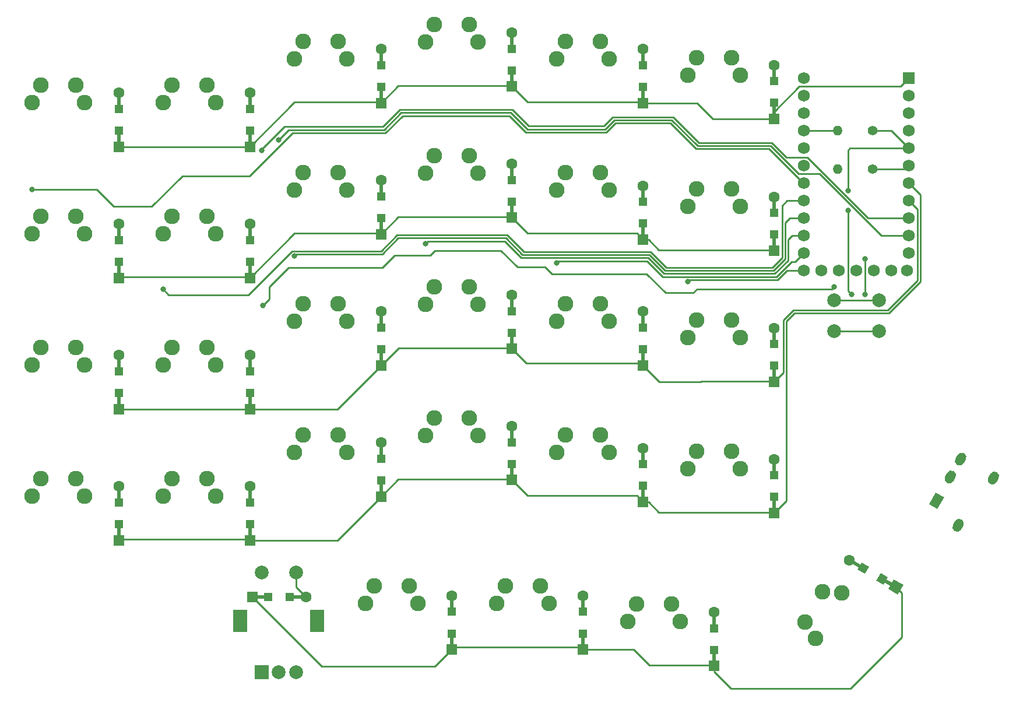
<source format=gbr>
%TF.GenerationSoftware,KiCad,Pcbnew,(5.1.9-0-10_14)*%
%TF.CreationDate,2021-04-25T18:40:37-05:00*%
%TF.ProjectId,wren-plain,7772656e-2d70-46c6-9169-6e2e6b696361,rev?*%
%TF.SameCoordinates,Original*%
%TF.FileFunction,Copper,L2,Bot*%
%TF.FilePolarity,Positive*%
%FSLAX46Y46*%
G04 Gerber Fmt 4.6, Leading zero omitted, Abs format (unit mm)*
G04 Created by KiCad (PCBNEW (5.1.9-0-10_14)) date 2021-04-25 18:40:37*
%MOMM*%
%LPD*%
G01*
G04 APERTURE LIST*
%TA.AperFunction,ComponentPad*%
%ADD10C,2.286000*%
%TD*%
%TA.AperFunction,ComponentPad*%
%ADD11C,1.752600*%
%TD*%
%TA.AperFunction,ComponentPad*%
%ADD12R,1.752600X1.752600*%
%TD*%
%TA.AperFunction,SMDPad,CuDef*%
%ADD13R,0.500000X2.500000*%
%TD*%
%TA.AperFunction,ComponentPad*%
%ADD14C,1.600000*%
%TD*%
%TA.AperFunction,ComponentPad*%
%ADD15R,1.600000X1.600000*%
%TD*%
%TA.AperFunction,SMDPad,CuDef*%
%ADD16R,1.200000X1.200000*%
%TD*%
%TA.AperFunction,ComponentPad*%
%ADD17O,1.400000X1.400000*%
%TD*%
%TA.AperFunction,ComponentPad*%
%ADD18C,1.400000*%
%TD*%
%TA.AperFunction,SMDPad,CuDef*%
%ADD19R,2.500000X0.500000*%
%TD*%
%TA.AperFunction,SMDPad,CuDef*%
%ADD20C,0.100000*%
%TD*%
%TA.AperFunction,ComponentPad*%
%ADD21C,0.100000*%
%TD*%
%TA.AperFunction,ComponentPad*%
%ADD22C,2.000000*%
%TD*%
%TA.AperFunction,ComponentPad*%
%ADD23R,2.000000X3.200000*%
%TD*%
%TA.AperFunction,ComponentPad*%
%ADD24R,2.000000X2.000000*%
%TD*%
%TA.AperFunction,ViaPad*%
%ADD25C,0.800000*%
%TD*%
%TA.AperFunction,Conductor*%
%ADD26C,0.250000*%
%TD*%
G04 APERTURE END LIST*
D10*
%TO.P,MX6,1*%
%TO.N,COL5*%
X121602500Y-33972500D03*
%TO.P,MX6,2*%
%TO.N,Net-(D6-Pad2)*%
X127952500Y-31432500D03*
%TO.P,MX6,1*%
%TO.N,COL5*%
X122872500Y-31432500D03*
%TO.P,MX6,2*%
%TO.N,Net-(D6-Pad2)*%
X129222500Y-33972500D03*
%TD*%
%TO.P,MX36,1*%
%TO.N,COL5*%
X121602500Y-91122500D03*
%TO.P,MX36,2*%
%TO.N,Net-(D36-Pad2)*%
X127952500Y-88582500D03*
%TO.P,MX36,1*%
%TO.N,COL5*%
X122872500Y-88582500D03*
%TO.P,MX36,2*%
%TO.N,Net-(D36-Pad2)*%
X129222500Y-91122500D03*
%TD*%
%TO.P,MX41,1*%
%TO.N,COL0*%
X235379295Y-111789307D03*
%TO.P,MX41,2*%
%TO.N,Net-(D41-Pad2)*%
X236354591Y-105020045D03*
%TO.P,MX41,1*%
%TO.N,COL0*%
X233814591Y-109419455D03*
%TO.P,MX41,2*%
%TO.N,Net-(D41-Pad2)*%
X239189295Y-105190193D03*
%TD*%
%TO.P,MX15,1*%
%TO.N,COL4*%
X140652500Y-53022500D03*
%TO.P,MX15,2*%
%TO.N,Net-(D15-Pad2)*%
X147002500Y-50482500D03*
%TO.P,MX15,1*%
%TO.N,COL4*%
X141922500Y-50482500D03*
%TO.P,MX15,2*%
%TO.N,Net-(D15-Pad2)*%
X148272500Y-53022500D03*
%TD*%
%TO.P,MX44,1*%
%TO.N,COL3*%
X170015000Y-106711750D03*
%TO.P,MX44,2*%
%TO.N,Net-(D44-Pad2)*%
X176365000Y-104171750D03*
%TO.P,MX44,1*%
%TO.N,COL3*%
X171285000Y-104171750D03*
%TO.P,MX44,2*%
%TO.N,Net-(D44-Pad2)*%
X177635000Y-106711750D03*
%TD*%
%TO.P,MX43,1*%
%TO.N,COL2*%
X189065000Y-106711750D03*
%TO.P,MX43,2*%
%TO.N,Net-(D43-Pad2)*%
X195415000Y-104171750D03*
%TO.P,MX43,1*%
%TO.N,COL2*%
X190335000Y-104171750D03*
%TO.P,MX43,2*%
%TO.N,Net-(D43-Pad2)*%
X196685000Y-106711750D03*
%TD*%
%TO.P,MX42,1*%
%TO.N,COL1*%
X208115000Y-109378750D03*
%TO.P,MX42,2*%
%TO.N,Net-(D42-Pad2)*%
X214465000Y-106838750D03*
%TO.P,MX42,1*%
%TO.N,COL1*%
X209385000Y-106838750D03*
%TO.P,MX42,2*%
%TO.N,Net-(D42-Pad2)*%
X215735000Y-109378750D03*
%TD*%
%TO.P,MX35,1*%
%TO.N,COL4*%
X140652500Y-91122500D03*
%TO.P,MX35,2*%
%TO.N,Net-(D35-Pad2)*%
X147002500Y-88582500D03*
%TO.P,MX35,1*%
%TO.N,COL4*%
X141922500Y-88582500D03*
%TO.P,MX35,2*%
%TO.N,Net-(D35-Pad2)*%
X148272500Y-91122500D03*
%TD*%
%TO.P,MX34,1*%
%TO.N,COL3*%
X159702500Y-84772500D03*
%TO.P,MX34,2*%
%TO.N,Net-(D34-Pad2)*%
X166052500Y-82232500D03*
%TO.P,MX34,1*%
%TO.N,COL3*%
X160972500Y-82232500D03*
%TO.P,MX34,2*%
%TO.N,Net-(D34-Pad2)*%
X167322500Y-84772500D03*
%TD*%
%TO.P,MX33,1*%
%TO.N,COL2*%
X178752500Y-82391250D03*
%TO.P,MX33,2*%
%TO.N,Net-(D33-Pad2)*%
X185102500Y-79851250D03*
%TO.P,MX33,1*%
%TO.N,COL2*%
X180022500Y-79851250D03*
%TO.P,MX33,2*%
%TO.N,Net-(D33-Pad2)*%
X186372500Y-82391250D03*
%TD*%
%TO.P,MX32,1*%
%TO.N,COL1*%
X197802500Y-84772500D03*
%TO.P,MX32,2*%
%TO.N,Net-(D32-Pad2)*%
X204152500Y-82232500D03*
%TO.P,MX32,1*%
%TO.N,COL1*%
X199072500Y-82232500D03*
%TO.P,MX32,2*%
%TO.N,Net-(D32-Pad2)*%
X205422500Y-84772500D03*
%TD*%
%TO.P,MX31,1*%
%TO.N,COL0*%
X216852500Y-87153750D03*
%TO.P,MX31,2*%
%TO.N,Net-(D31-Pad2)*%
X223202500Y-84613750D03*
%TO.P,MX31,1*%
%TO.N,COL0*%
X218122500Y-84613750D03*
%TO.P,MX31,2*%
%TO.N,Net-(D31-Pad2)*%
X224472500Y-87153750D03*
%TD*%
%TO.P,MX26,1*%
%TO.N,COL5*%
X121602500Y-72072500D03*
%TO.P,MX26,2*%
%TO.N,Net-(D26-Pad2)*%
X127952500Y-69532500D03*
%TO.P,MX26,1*%
%TO.N,COL5*%
X122872500Y-69532500D03*
%TO.P,MX26,2*%
%TO.N,Net-(D26-Pad2)*%
X129222500Y-72072500D03*
%TD*%
%TO.P,MX25,1*%
%TO.N,COL4*%
X140652500Y-72072500D03*
%TO.P,MX25,2*%
%TO.N,Net-(D25-Pad2)*%
X147002500Y-69532500D03*
%TO.P,MX25,1*%
%TO.N,COL4*%
X141922500Y-69532500D03*
%TO.P,MX25,2*%
%TO.N,Net-(D25-Pad2)*%
X148272500Y-72072500D03*
%TD*%
%TO.P,MX24,1*%
%TO.N,COL3*%
X159702500Y-65722500D03*
%TO.P,MX24,2*%
%TO.N,Net-(D24-Pad2)*%
X166052500Y-63182500D03*
%TO.P,MX24,1*%
%TO.N,COL3*%
X160972500Y-63182500D03*
%TO.P,MX24,2*%
%TO.N,Net-(D24-Pad2)*%
X167322500Y-65722500D03*
%TD*%
%TO.P,MX23,1*%
%TO.N,COL2*%
X178752500Y-63341250D03*
%TO.P,MX23,2*%
%TO.N,Net-(D23-Pad2)*%
X185102500Y-60801250D03*
%TO.P,MX23,1*%
%TO.N,COL2*%
X180022500Y-60801250D03*
%TO.P,MX23,2*%
%TO.N,Net-(D23-Pad2)*%
X186372500Y-63341250D03*
%TD*%
%TO.P,MX22,1*%
%TO.N,COL1*%
X197802500Y-65722500D03*
%TO.P,MX22,2*%
%TO.N,Net-(D22-Pad2)*%
X204152500Y-63182500D03*
%TO.P,MX22,1*%
%TO.N,COL1*%
X199072500Y-63182500D03*
%TO.P,MX22,2*%
%TO.N,Net-(D22-Pad2)*%
X205422500Y-65722500D03*
%TD*%
%TO.P,MX21,1*%
%TO.N,COL0*%
X216852500Y-68103750D03*
%TO.P,MX21,2*%
%TO.N,Net-(D21-Pad2)*%
X223202500Y-65563750D03*
%TO.P,MX21,1*%
%TO.N,COL0*%
X218122500Y-65563750D03*
%TO.P,MX21,2*%
%TO.N,Net-(D21-Pad2)*%
X224472500Y-68103750D03*
%TD*%
%TO.P,MX16,1*%
%TO.N,COL5*%
X121602500Y-53022500D03*
%TO.P,MX16,2*%
%TO.N,Net-(D16-Pad2)*%
X127952500Y-50482500D03*
%TO.P,MX16,1*%
%TO.N,COL5*%
X122872500Y-50482500D03*
%TO.P,MX16,2*%
%TO.N,Net-(D16-Pad2)*%
X129222500Y-53022500D03*
%TD*%
%TO.P,MX14,1*%
%TO.N,COL3*%
X159702500Y-46672500D03*
%TO.P,MX14,2*%
%TO.N,Net-(D14-Pad2)*%
X166052500Y-44132500D03*
%TO.P,MX14,1*%
%TO.N,COL3*%
X160972500Y-44132500D03*
%TO.P,MX14,2*%
%TO.N,Net-(D14-Pad2)*%
X167322500Y-46672500D03*
%TD*%
%TO.P,MX13,1*%
%TO.N,COL2*%
X178752500Y-44291250D03*
%TO.P,MX13,2*%
%TO.N,Net-(D13-Pad2)*%
X185102500Y-41751250D03*
%TO.P,MX13,1*%
%TO.N,COL2*%
X180022500Y-41751250D03*
%TO.P,MX13,2*%
%TO.N,Net-(D13-Pad2)*%
X186372500Y-44291250D03*
%TD*%
%TO.P,MX12,1*%
%TO.N,COL1*%
X197802500Y-46672500D03*
%TO.P,MX12,2*%
%TO.N,Net-(D12-Pad2)*%
X204152500Y-44132500D03*
%TO.P,MX12,1*%
%TO.N,COL1*%
X199072500Y-44132500D03*
%TO.P,MX12,2*%
%TO.N,Net-(D12-Pad2)*%
X205422500Y-46672500D03*
%TD*%
%TO.P,MX11,1*%
%TO.N,COL0*%
X216852500Y-49053750D03*
%TO.P,MX11,2*%
%TO.N,Net-(D11-Pad2)*%
X223202500Y-46513750D03*
%TO.P,MX11,1*%
%TO.N,COL0*%
X218122500Y-46513750D03*
%TO.P,MX11,2*%
%TO.N,Net-(D11-Pad2)*%
X224472500Y-49053750D03*
%TD*%
%TO.P,MX5,1*%
%TO.N,COL4*%
X140652500Y-33972500D03*
%TO.P,MX5,2*%
%TO.N,Net-(D5-Pad2)*%
X147002500Y-31432500D03*
%TO.P,MX5,1*%
%TO.N,COL4*%
X141922500Y-31432500D03*
%TO.P,MX5,2*%
%TO.N,Net-(D5-Pad2)*%
X148272500Y-33972500D03*
%TD*%
%TO.P,MX4,1*%
%TO.N,COL3*%
X159702500Y-27622500D03*
%TO.P,MX4,2*%
%TO.N,Net-(D4-Pad2)*%
X166052500Y-25082500D03*
%TO.P,MX4,1*%
%TO.N,COL3*%
X160972500Y-25082500D03*
%TO.P,MX4,2*%
%TO.N,Net-(D4-Pad2)*%
X167322500Y-27622500D03*
%TD*%
%TO.P,MX3,1*%
%TO.N,COL2*%
X178752500Y-25241250D03*
%TO.P,MX3,2*%
%TO.N,Net-(D3-Pad2)*%
X185102500Y-22701250D03*
%TO.P,MX3,1*%
%TO.N,COL2*%
X180022500Y-22701250D03*
%TO.P,MX3,2*%
%TO.N,Net-(D3-Pad2)*%
X186372500Y-25241250D03*
%TD*%
%TO.P,MX2,1*%
%TO.N,COL1*%
X197802500Y-27622500D03*
%TO.P,MX2,2*%
%TO.N,Net-(D2-Pad2)*%
X204152500Y-25082500D03*
%TO.P,MX2,1*%
%TO.N,COL1*%
X199072500Y-25082500D03*
%TO.P,MX2,2*%
%TO.N,Net-(D2-Pad2)*%
X205422500Y-27622500D03*
%TD*%
%TO.P,MX1,1*%
%TO.N,COL0*%
X216852500Y-30003750D03*
%TO.P,MX1,2*%
%TO.N,Net-(D1-Pad2)*%
X223202500Y-27463750D03*
%TO.P,MX1,1*%
%TO.N,COL0*%
X218122500Y-27463750D03*
%TO.P,MX1,2*%
%TO.N,Net-(D1-Pad2)*%
X224472500Y-30003750D03*
%TD*%
D11*
%TO.P,U1,25*%
%TO.N,Net-(U1-Pad25)*%
X246380000Y-58420000D03*
%TO.P,U1,26*%
%TO.N,Net-(U1-Pad26)*%
X243840000Y-58420000D03*
%TO.P,U1,27*%
%TO.N,Net-(U1-Pad27)*%
X241300000Y-58420000D03*
%TO.P,U1,28*%
%TO.N,Net-(U1-Pad28)*%
X238760000Y-58420000D03*
%TO.P,U1,29*%
%TO.N,Net-(U1-Pad29)*%
X236220000Y-58420000D03*
%TO.P,U1,24*%
%TO.N,Net-(U1-Pad24)*%
X233680000Y-30480000D03*
%TO.P,U1,12*%
%TO.N,ROW4*%
X248691400Y-58420000D03*
%TO.P,U1,23*%
%TO.N,GND*%
X233680000Y-33020000D03*
%TO.P,U1,22*%
%TO.N,Net-(SW0-Pad1)*%
X233680000Y-35560000D03*
%TO.P,U1,21*%
%TO.N,VCC*%
X233680000Y-38100000D03*
%TO.P,U1,20*%
%TO.N,Net-(U1-Pad20)*%
X233680000Y-40640000D03*
%TO.P,U1,19*%
%TO.N,Net-(U1-Pad19)*%
X233680000Y-43180000D03*
%TO.P,U1,18*%
%TO.N,COL5*%
X233680000Y-45720000D03*
%TO.P,U1,17*%
%TO.N,COL4*%
X233680000Y-48260000D03*
%TO.P,U1,16*%
%TO.N,COL3*%
X233680000Y-50800000D03*
%TO.P,U1,15*%
%TO.N,COL2*%
X233680000Y-53340000D03*
%TO.P,U1,14*%
%TO.N,COL1*%
X233680000Y-55880000D03*
%TO.P,U1,13*%
%TO.N,COL0*%
X233680000Y-58420000D03*
%TO.P,U1,11*%
%TO.N,Net-(U1-Pad11)*%
X248920000Y-55880000D03*
%TO.P,U1,10*%
%TO.N,RIGHT*%
X248920000Y-53340000D03*
%TO.P,U1,9*%
%TO.N,LEFT*%
X248920000Y-50800000D03*
%TO.P,U1,8*%
%TO.N,ROW2*%
X248920000Y-48260000D03*
%TO.P,U1,7*%
%TO.N,ROW3*%
X248920000Y-45720000D03*
%TO.P,U1,6*%
%TO.N,SCL*%
X248920000Y-43180000D03*
%TO.P,U1,5*%
%TO.N,SDA*%
X248920000Y-40640000D03*
%TO.P,U1,4*%
%TO.N,GND*%
X248920000Y-38100000D03*
%TO.P,U1,3*%
X248920000Y-35560000D03*
%TO.P,U1,2*%
%TO.N,ROW1*%
X248920000Y-33020000D03*
D12*
%TO.P,U1,1*%
%TO.N,ROW0*%
X248920000Y-30480000D03*
%TD*%
D13*
%TO.P,D43,2*%
%TO.N,Net-(D43-Pad2)*%
X201609500Y-106837500D03*
%TO.P,D43,1*%
%TO.N,ROW4*%
X201609500Y-112237500D03*
D14*
%TO.P,D43,2*%
%TO.N,Net-(D43-Pad2)*%
X201609500Y-105637500D03*
D15*
%TO.P,D43,1*%
%TO.N,ROW4*%
X201609500Y-113437500D03*
D16*
X201609500Y-111112500D03*
%TO.P,D43,2*%
%TO.N,Net-(D43-Pad2)*%
X201609500Y-107962500D03*
%TD*%
D17*
%TO.P,R2,2*%
%TO.N,VCC*%
X238585000Y-43656250D03*
D18*
%TO.P,R2,1*%
%TO.N,SCL*%
X243665000Y-43656250D03*
%TD*%
D17*
%TO.P,R1,2*%
%TO.N,VCC*%
X238585000Y-38100000D03*
D18*
%TO.P,R1,1*%
%TO.N,SDA*%
X243665000Y-38100000D03*
%TD*%
D19*
%TO.P,D45,2*%
%TO.N,ENC1-IN*%
X160142000Y-105822750D03*
%TO.P,D45,1*%
%TO.N,ROW4*%
X154742000Y-105822750D03*
D14*
%TO.P,D45,2*%
%TO.N,ENC1-IN*%
X161342000Y-105822750D03*
D15*
%TO.P,D45,1*%
%TO.N,ROW4*%
X153542000Y-105822750D03*
D16*
X155867000Y-105822750D03*
%TO.P,D45,2*%
%TO.N,ENC1-IN*%
X159017000Y-105822750D03*
%TD*%
D13*
%TO.P,D44,2*%
%TO.N,Net-(D44-Pad2)*%
X182562500Y-106837500D03*
%TO.P,D44,1*%
%TO.N,ROW4*%
X182562500Y-112237500D03*
D14*
%TO.P,D44,2*%
%TO.N,Net-(D44-Pad2)*%
X182562500Y-105637500D03*
D15*
%TO.P,D44,1*%
%TO.N,ROW4*%
X182562500Y-113437500D03*
D16*
X182562500Y-111112500D03*
%TO.P,D44,2*%
%TO.N,Net-(D44-Pad2)*%
X182562500Y-107962500D03*
%TD*%
D13*
%TO.P,D42,2*%
%TO.N,Net-(D42-Pad2)*%
X220653500Y-109218750D03*
%TO.P,D42,1*%
%TO.N,ROW4*%
X220653500Y-114618750D03*
D14*
%TO.P,D42,2*%
%TO.N,Net-(D42-Pad2)*%
X220653500Y-108018750D03*
D15*
%TO.P,D42,1*%
%TO.N,ROW4*%
X220653500Y-115818750D03*
D16*
X220653500Y-113493750D03*
%TO.P,D42,2*%
%TO.N,Net-(D42-Pad2)*%
X220653500Y-110343750D03*
%TD*%
%TA.AperFunction,SMDPad,CuDef*%
D20*
%TO.P,D41,2*%
%TO.N,Net-(D41-Pad2)*%
G36*
X242537263Y-101452244D02*
G01*
X242287263Y-101885256D01*
X240122199Y-100635256D01*
X240372199Y-100202244D01*
X242537263Y-101452244D01*
G37*
%TD.AperFunction*%
%TA.AperFunction,SMDPad,CuDef*%
%TO.P,D41,1*%
%TO.N,ROW4*%
G36*
X247213801Y-104152244D02*
G01*
X246963801Y-104585256D01*
X244798737Y-103335256D01*
X245048737Y-102902244D01*
X247213801Y-104152244D01*
G37*
%TD.AperFunction*%
D14*
%TO.P,D41,2*%
%TO.N,Net-(D41-Pad2)*%
X240290501Y-100443750D03*
%TA.AperFunction,ComponentPad*%
D21*
%TO.P,D41,1*%
%TO.N,ROW4*%
G36*
X248138319Y-104050930D02*
G01*
X247338319Y-105436570D01*
X245952679Y-104636570D01*
X246752679Y-103250930D01*
X248138319Y-104050930D01*
G37*
%TD.AperFunction*%
%TA.AperFunction,SMDPad,CuDef*%
D20*
G36*
X245851605Y-102961635D02*
G01*
X245251605Y-104000865D01*
X244212375Y-103400865D01*
X244812375Y-102361635D01*
X245851605Y-102961635D01*
G37*
%TD.AperFunction*%
%TA.AperFunction,SMDPad,CuDef*%
%TO.P,D41,2*%
%TO.N,Net-(D41-Pad2)*%
G36*
X243123625Y-101386635D02*
G01*
X242523625Y-102425865D01*
X241484395Y-101825865D01*
X242084395Y-100786635D01*
X243123625Y-101386635D01*
G37*
%TD.AperFunction*%
%TD*%
D13*
%TO.P,D36,2*%
%TO.N,Net-(D36-Pad2)*%
X134162000Y-90962500D03*
%TO.P,D36,1*%
%TO.N,ROW3*%
X134162000Y-96362500D03*
D14*
%TO.P,D36,2*%
%TO.N,Net-(D36-Pad2)*%
X134162000Y-89762500D03*
D15*
%TO.P,D36,1*%
%TO.N,ROW3*%
X134162000Y-97562500D03*
D16*
X134162000Y-95237500D03*
%TO.P,D36,2*%
%TO.N,Net-(D36-Pad2)*%
X134162000Y-92087500D03*
%TD*%
D13*
%TO.P,D35,2*%
%TO.N,Net-(D35-Pad2)*%
X153206000Y-90962500D03*
%TO.P,D35,1*%
%TO.N,ROW3*%
X153206000Y-96362500D03*
D14*
%TO.P,D35,2*%
%TO.N,Net-(D35-Pad2)*%
X153206000Y-89762500D03*
D15*
%TO.P,D35,1*%
%TO.N,ROW3*%
X153206000Y-97562500D03*
D16*
X153206000Y-95237500D03*
%TO.P,D35,2*%
%TO.N,Net-(D35-Pad2)*%
X153206000Y-92087500D03*
%TD*%
D13*
%TO.P,D34,2*%
%TO.N,Net-(D34-Pad2)*%
X172250000Y-84612500D03*
%TO.P,D34,1*%
%TO.N,ROW3*%
X172250000Y-90012500D03*
D14*
%TO.P,D34,2*%
%TO.N,Net-(D34-Pad2)*%
X172250000Y-83412500D03*
D15*
%TO.P,D34,1*%
%TO.N,ROW3*%
X172250000Y-91212500D03*
D16*
X172250000Y-88887500D03*
%TO.P,D34,2*%
%TO.N,Net-(D34-Pad2)*%
X172250000Y-85737500D03*
%TD*%
D13*
%TO.P,D33,2*%
%TO.N,Net-(D33-Pad2)*%
X191294000Y-82231250D03*
%TO.P,D33,1*%
%TO.N,ROW3*%
X191294000Y-87631250D03*
D14*
%TO.P,D33,2*%
%TO.N,Net-(D33-Pad2)*%
X191294000Y-81031250D03*
D15*
%TO.P,D33,1*%
%TO.N,ROW3*%
X191294000Y-88831250D03*
D16*
X191294000Y-86506250D03*
%TO.P,D33,2*%
%TO.N,Net-(D33-Pad2)*%
X191294000Y-83356250D03*
%TD*%
D13*
%TO.P,D32,2*%
%TO.N,Net-(D32-Pad2)*%
X210338000Y-85406250D03*
%TO.P,D32,1*%
%TO.N,ROW3*%
X210338000Y-90806250D03*
D14*
%TO.P,D32,2*%
%TO.N,Net-(D32-Pad2)*%
X210338000Y-84206250D03*
D15*
%TO.P,D32,1*%
%TO.N,ROW3*%
X210338000Y-92006250D03*
D16*
X210338000Y-89681250D03*
%TO.P,D32,2*%
%TO.N,Net-(D32-Pad2)*%
X210338000Y-86531250D03*
%TD*%
D13*
%TO.P,D31,2*%
%TO.N,Net-(D31-Pad2)*%
X229382000Y-86993750D03*
%TO.P,D31,1*%
%TO.N,ROW3*%
X229382000Y-92393750D03*
D14*
%TO.P,D31,2*%
%TO.N,Net-(D31-Pad2)*%
X229382000Y-85793750D03*
D15*
%TO.P,D31,1*%
%TO.N,ROW3*%
X229382000Y-93593750D03*
D16*
X229382000Y-91268750D03*
%TO.P,D31,2*%
%TO.N,Net-(D31-Pad2)*%
X229382000Y-88118750D03*
%TD*%
D13*
%TO.P,D26,2*%
%TO.N,Net-(D26-Pad2)*%
X134162000Y-71912500D03*
%TO.P,D26,1*%
%TO.N,ROW2*%
X134162000Y-77312500D03*
D14*
%TO.P,D26,2*%
%TO.N,Net-(D26-Pad2)*%
X134162000Y-70712500D03*
D15*
%TO.P,D26,1*%
%TO.N,ROW2*%
X134162000Y-78512500D03*
D16*
X134162000Y-76187500D03*
%TO.P,D26,2*%
%TO.N,Net-(D26-Pad2)*%
X134162000Y-73037500D03*
%TD*%
D13*
%TO.P,D25,2*%
%TO.N,Net-(D25-Pad2)*%
X153206000Y-71912500D03*
%TO.P,D25,1*%
%TO.N,ROW2*%
X153206000Y-77312500D03*
D14*
%TO.P,D25,2*%
%TO.N,Net-(D25-Pad2)*%
X153206000Y-70712500D03*
D15*
%TO.P,D25,1*%
%TO.N,ROW2*%
X153206000Y-78512500D03*
D16*
X153206000Y-76187500D03*
%TO.P,D25,2*%
%TO.N,Net-(D25-Pad2)*%
X153206000Y-73037500D03*
%TD*%
D13*
%TO.P,D24,2*%
%TO.N,Net-(D24-Pad2)*%
X172250000Y-65562500D03*
%TO.P,D24,1*%
%TO.N,ROW2*%
X172250000Y-70962500D03*
D14*
%TO.P,D24,2*%
%TO.N,Net-(D24-Pad2)*%
X172250000Y-64362500D03*
D15*
%TO.P,D24,1*%
%TO.N,ROW2*%
X172250000Y-72162500D03*
D16*
X172250000Y-69837500D03*
%TO.P,D24,2*%
%TO.N,Net-(D24-Pad2)*%
X172250000Y-66687500D03*
%TD*%
D13*
%TO.P,D23,2*%
%TO.N,Net-(D23-Pad2)*%
X191294000Y-63181250D03*
%TO.P,D23,1*%
%TO.N,ROW2*%
X191294000Y-68581250D03*
D14*
%TO.P,D23,2*%
%TO.N,Net-(D23-Pad2)*%
X191294000Y-61981250D03*
D15*
%TO.P,D23,1*%
%TO.N,ROW2*%
X191294000Y-69781250D03*
D16*
X191294000Y-67456250D03*
%TO.P,D23,2*%
%TO.N,Net-(D23-Pad2)*%
X191294000Y-64306250D03*
%TD*%
D13*
%TO.P,D22,2*%
%TO.N,Net-(D22-Pad2)*%
X210338000Y-65562500D03*
%TO.P,D22,1*%
%TO.N,ROW2*%
X210338000Y-70962500D03*
D14*
%TO.P,D22,2*%
%TO.N,Net-(D22-Pad2)*%
X210338000Y-64362500D03*
D15*
%TO.P,D22,1*%
%TO.N,ROW2*%
X210338000Y-72162500D03*
D16*
X210338000Y-69837500D03*
%TO.P,D22,2*%
%TO.N,Net-(D22-Pad2)*%
X210338000Y-66687500D03*
%TD*%
D13*
%TO.P,D21,2*%
%TO.N,Net-(D21-Pad2)*%
X229382000Y-67943750D03*
%TO.P,D21,1*%
%TO.N,ROW2*%
X229382000Y-73343750D03*
D14*
%TO.P,D21,2*%
%TO.N,Net-(D21-Pad2)*%
X229382000Y-66743750D03*
D15*
%TO.P,D21,1*%
%TO.N,ROW2*%
X229382000Y-74543750D03*
D16*
X229382000Y-72218750D03*
%TO.P,D21,2*%
%TO.N,Net-(D21-Pad2)*%
X229382000Y-69068750D03*
%TD*%
D13*
%TO.P,D16,2*%
%TO.N,Net-(D16-Pad2)*%
X134162000Y-52862500D03*
%TO.P,D16,1*%
%TO.N,ROW1*%
X134162000Y-58262500D03*
D14*
%TO.P,D16,2*%
%TO.N,Net-(D16-Pad2)*%
X134162000Y-51662500D03*
D15*
%TO.P,D16,1*%
%TO.N,ROW1*%
X134162000Y-59462500D03*
D16*
X134162000Y-57137500D03*
%TO.P,D16,2*%
%TO.N,Net-(D16-Pad2)*%
X134162000Y-53987500D03*
%TD*%
D13*
%TO.P,D15,2*%
%TO.N,Net-(D15-Pad2)*%
X153206000Y-52862500D03*
%TO.P,D15,1*%
%TO.N,ROW1*%
X153206000Y-58262500D03*
D14*
%TO.P,D15,2*%
%TO.N,Net-(D15-Pad2)*%
X153206000Y-51662500D03*
D15*
%TO.P,D15,1*%
%TO.N,ROW1*%
X153206000Y-59462500D03*
D16*
X153206000Y-57137500D03*
%TO.P,D15,2*%
%TO.N,Net-(D15-Pad2)*%
X153206000Y-53987500D03*
%TD*%
D13*
%TO.P,D14,2*%
%TO.N,Net-(D14-Pad2)*%
X172250000Y-46512500D03*
%TO.P,D14,1*%
%TO.N,ROW1*%
X172250000Y-51912500D03*
D14*
%TO.P,D14,2*%
%TO.N,Net-(D14-Pad2)*%
X172250000Y-45312500D03*
D15*
%TO.P,D14,1*%
%TO.N,ROW1*%
X172250000Y-53112500D03*
D16*
X172250000Y-50787500D03*
%TO.P,D14,2*%
%TO.N,Net-(D14-Pad2)*%
X172250000Y-47637500D03*
%TD*%
D13*
%TO.P,D13,2*%
%TO.N,Net-(D13-Pad2)*%
X191294000Y-44131250D03*
%TO.P,D13,1*%
%TO.N,ROW1*%
X191294000Y-49531250D03*
D14*
%TO.P,D13,2*%
%TO.N,Net-(D13-Pad2)*%
X191294000Y-42931250D03*
D15*
%TO.P,D13,1*%
%TO.N,ROW1*%
X191294000Y-50731250D03*
D16*
X191294000Y-48406250D03*
%TO.P,D13,2*%
%TO.N,Net-(D13-Pad2)*%
X191294000Y-45256250D03*
%TD*%
D13*
%TO.P,D12,2*%
%TO.N,Net-(D12-Pad2)*%
X210338000Y-47306250D03*
%TO.P,D12,1*%
%TO.N,ROW1*%
X210338000Y-52706250D03*
D14*
%TO.P,D12,2*%
%TO.N,Net-(D12-Pad2)*%
X210338000Y-46106250D03*
D15*
%TO.P,D12,1*%
%TO.N,ROW1*%
X210338000Y-53906250D03*
D16*
X210338000Y-51581250D03*
%TO.P,D12,2*%
%TO.N,Net-(D12-Pad2)*%
X210338000Y-48431250D03*
%TD*%
D13*
%TO.P,D11,2*%
%TO.N,Net-(D11-Pad2)*%
X229382000Y-48893750D03*
%TO.P,D11,1*%
%TO.N,ROW1*%
X229382000Y-54293750D03*
D14*
%TO.P,D11,2*%
%TO.N,Net-(D11-Pad2)*%
X229382000Y-47693750D03*
D15*
%TO.P,D11,1*%
%TO.N,ROW1*%
X229382000Y-55493750D03*
D16*
X229382000Y-53168750D03*
%TO.P,D11,2*%
%TO.N,Net-(D11-Pad2)*%
X229382000Y-50018750D03*
%TD*%
D13*
%TO.P,D6,2*%
%TO.N,Net-(D6-Pad2)*%
X134162000Y-33812500D03*
%TO.P,D6,1*%
%TO.N,ROW0*%
X134162000Y-39212500D03*
D14*
%TO.P,D6,2*%
%TO.N,Net-(D6-Pad2)*%
X134162000Y-32612500D03*
D15*
%TO.P,D6,1*%
%TO.N,ROW0*%
X134162000Y-40412500D03*
D16*
X134162000Y-38087500D03*
%TO.P,D6,2*%
%TO.N,Net-(D6-Pad2)*%
X134162000Y-34937500D03*
%TD*%
D13*
%TO.P,D5,2*%
%TO.N,Net-(D5-Pad2)*%
X153206000Y-33812500D03*
%TO.P,D5,1*%
%TO.N,ROW0*%
X153206000Y-39212500D03*
D14*
%TO.P,D5,2*%
%TO.N,Net-(D5-Pad2)*%
X153206000Y-32612500D03*
D15*
%TO.P,D5,1*%
%TO.N,ROW0*%
X153206000Y-40412500D03*
D16*
X153206000Y-38087500D03*
%TO.P,D5,2*%
%TO.N,Net-(D5-Pad2)*%
X153206000Y-34937500D03*
%TD*%
D13*
%TO.P,D4,2*%
%TO.N,Net-(D4-Pad2)*%
X172250000Y-27462500D03*
%TO.P,D4,1*%
%TO.N,ROW0*%
X172250000Y-32862500D03*
D14*
%TO.P,D4,2*%
%TO.N,Net-(D4-Pad2)*%
X172250000Y-26262500D03*
D15*
%TO.P,D4,1*%
%TO.N,ROW0*%
X172250000Y-34062500D03*
D16*
X172250000Y-31737500D03*
%TO.P,D4,2*%
%TO.N,Net-(D4-Pad2)*%
X172250000Y-28587500D03*
%TD*%
D13*
%TO.P,D3,2*%
%TO.N,Net-(D3-Pad2)*%
X191294000Y-25081250D03*
%TO.P,D3,1*%
%TO.N,ROW0*%
X191294000Y-30481250D03*
D14*
%TO.P,D3,2*%
%TO.N,Net-(D3-Pad2)*%
X191294000Y-23881250D03*
D15*
%TO.P,D3,1*%
%TO.N,ROW0*%
X191294000Y-31681250D03*
D16*
X191294000Y-29356250D03*
%TO.P,D3,2*%
%TO.N,Net-(D3-Pad2)*%
X191294000Y-26206250D03*
%TD*%
D13*
%TO.P,D2,2*%
%TO.N,Net-(D2-Pad2)*%
X210338000Y-27462500D03*
%TO.P,D2,1*%
%TO.N,ROW0*%
X210338000Y-32862500D03*
D14*
%TO.P,D2,2*%
%TO.N,Net-(D2-Pad2)*%
X210338000Y-26262500D03*
D15*
%TO.P,D2,1*%
%TO.N,ROW0*%
X210338000Y-34062500D03*
D16*
X210338000Y-31737500D03*
%TO.P,D2,2*%
%TO.N,Net-(D2-Pad2)*%
X210338000Y-28587500D03*
%TD*%
D13*
%TO.P,D1,2*%
%TO.N,Net-(D1-Pad2)*%
X229382000Y-29781250D03*
%TO.P,D1,1*%
%TO.N,ROW0*%
X229382000Y-35181250D03*
D14*
%TO.P,D1,2*%
%TO.N,Net-(D1-Pad2)*%
X229382000Y-28581250D03*
D15*
%TO.P,D1,1*%
%TO.N,ROW0*%
X229382000Y-36381250D03*
D16*
X229382000Y-34056250D03*
%TO.P,D1,2*%
%TO.N,Net-(D1-Pad2)*%
X229382000Y-30906250D03*
%TD*%
D22*
%TO.P,ENC1,S1*%
%TO.N,ENC1-IN*%
X159902000Y-102266750D03*
%TO.P,ENC1,S2*%
%TO.N,COL4*%
X154902000Y-102266750D03*
D23*
%TO.P,ENC1,MP*%
%TO.N,N/C*%
X163002000Y-109266750D03*
X151802000Y-109266750D03*
D22*
%TO.P,ENC1,B*%
%TO.N,RIGHT*%
X159902000Y-116766750D03*
%TO.P,ENC1,C*%
%TO.N,GND*%
X157402000Y-116766750D03*
D24*
%TO.P,ENC1,A*%
%TO.N,LEFT*%
X154902000Y-116766750D03*
%TD*%
D22*
%TO.P,SW0,1*%
%TO.N,Net-(SW0-Pad1)*%
X244561500Y-62706250D03*
%TO.P,SW0,2*%
%TO.N,GND*%
X244561500Y-67206250D03*
%TO.P,SW0,1*%
%TO.N,Net-(SW0-Pad1)*%
X238061500Y-62706250D03*
%TO.P,SW0,2*%
%TO.N,GND*%
X238061500Y-67206250D03*
%TD*%
%TO.P,J1,R2*%
%TO.N,SCL*%
%TA.AperFunction,ComponentPad*%
G36*
G01*
X256946000Y-84924546D02*
X256946000Y-84924546D01*
G75*
G02*
X257202218Y-85880764I-350000J-606218D01*
G01*
X256902218Y-86400380D01*
G75*
G02*
X255946000Y-86656598I-606218J350000D01*
G01*
X255946000Y-86656598D01*
G75*
G02*
X255689782Y-85700380I350000J606218D01*
G01*
X255989782Y-85180764D01*
G75*
G02*
X256946000Y-84924546I606218J-350000D01*
G01*
G37*
%TD.AperFunction*%
%TO.P,J1,R1*%
%TO.N,VCC*%
%TA.AperFunction,ComponentPad*%
G36*
G01*
X255446000Y-87522622D02*
X255446000Y-87522622D01*
G75*
G02*
X255702218Y-88478840I-350000J-606218D01*
G01*
X255402218Y-88998456D01*
G75*
G02*
X254446000Y-89254674I-606218J350000D01*
G01*
X254446000Y-89254674D01*
G75*
G02*
X254189782Y-88298456I350000J606218D01*
G01*
X254489782Y-87778840D01*
G75*
G02*
X255446000Y-87522622I606218J-350000D01*
G01*
G37*
%TD.AperFunction*%
%TA.AperFunction,ComponentPad*%
D21*
%TO.P,J1,T*%
%TO.N,GND*%
G36*
X252839782Y-90636725D02*
G01*
X254052218Y-91336725D01*
X253052218Y-93068775D01*
X251839782Y-92368775D01*
X252839782Y-90636725D01*
G37*
%TD.AperFunction*%
%TO.P,J1,S*%
%TO.N,SDA*%
%TA.AperFunction,ComponentPad*%
G36*
G01*
X256593114Y-94535762D02*
X256593114Y-94535762D01*
G75*
G02*
X256849332Y-95491980I-350000J-606218D01*
G01*
X256549332Y-96011596D01*
G75*
G02*
X255593114Y-96267814I-606218J350000D01*
G01*
X255593114Y-96267814D01*
G75*
G02*
X255336896Y-95311596I350000J606218D01*
G01*
X255636896Y-94791980D01*
G75*
G02*
X256593114Y-94535762I606218J-350000D01*
G01*
G37*
%TD.AperFunction*%
%TO.P,J1,*%
%TO.N,*%
%TA.AperFunction,ComponentPad*%
G36*
G01*
X261709140Y-87674546D02*
X261709140Y-87674546D01*
G75*
G02*
X261965358Y-88630764I-350000J-606218D01*
G01*
X261665358Y-89150380D01*
G75*
G02*
X260709140Y-89406598I-606218J350000D01*
G01*
X260709140Y-89406598D01*
G75*
G02*
X260452922Y-88450380I350000J606218D01*
G01*
X260752922Y-87930764D01*
G75*
G02*
X261709140Y-87674546I606218J-350000D01*
G01*
G37*
%TD.AperFunction*%
%TD*%
D25*
%TO.N,COL0*%
X216852500Y-60026279D03*
%TO.N,COL1*%
X197802500Y-57283250D03*
%TO.N,COL2*%
X178752500Y-54489250D03*
%TO.N,COL3*%
X159702500Y-56318250D03*
%TO.N,COL4*%
X140652500Y-61144250D03*
%TO.N,COL5*%
X121602500Y-46615250D03*
%TO.N,VCC*%
X242532000Y-56673750D03*
X242532000Y-61880750D03*
%TO.N,SDA*%
X240119000Y-46767750D03*
X240119000Y-49688750D03*
X240627000Y-61880750D03*
%TO.N,GND*%
X238070501Y-60754249D03*
X155119000Y-63476858D03*
%TO.N,LEFT*%
X154902000Y-40925750D03*
%TO.N,RIGHT*%
X157353917Y-39440667D03*
%TD*%
D26*
%TO.N,ROW0*%
X193577749Y-33964999D02*
X191294000Y-31681250D01*
X210240499Y-33964999D02*
X193577749Y-33964999D01*
X210338000Y-34062500D02*
X210240499Y-33964999D01*
X174728751Y-31583749D02*
X172250000Y-34062500D01*
X191196499Y-31583749D02*
X174728751Y-31583749D01*
X191294000Y-31681250D02*
X191196499Y-31583749D01*
X210338000Y-34062500D02*
X218203750Y-34062500D01*
X229346999Y-36346249D02*
X229382000Y-36381250D01*
X220487499Y-36346249D02*
X229346999Y-36346249D01*
X218203750Y-34062500D02*
X220487499Y-36346249D01*
X247718699Y-31681301D02*
X248920000Y-30480000D01*
X229382000Y-35331250D02*
X233031949Y-31681301D01*
X233031949Y-31681301D02*
X247718699Y-31681301D01*
X229382000Y-36381250D02*
X229382000Y-35331250D01*
X159653501Y-33964999D02*
X153206000Y-40412500D01*
X172152499Y-33964999D02*
X159653501Y-33964999D01*
X172250000Y-34062500D02*
X172152499Y-33964999D01*
X153206000Y-40412500D02*
X134162000Y-40412500D01*
%TO.N,ROW1*%
X229284499Y-55396249D02*
X212621749Y-55396249D01*
X229382000Y-55493750D02*
X229284499Y-55396249D01*
X193577749Y-53014999D02*
X191294000Y-50731250D01*
X210338000Y-53112500D02*
X210240499Y-53014999D01*
X174728751Y-50633749D02*
X172250000Y-53112500D01*
X191196499Y-50633749D02*
X174728751Y-50633749D01*
X191294000Y-50731250D02*
X191196499Y-50633749D01*
X134259501Y-59364999D02*
X134162000Y-59462500D01*
X153108499Y-59364999D02*
X134259501Y-59364999D01*
X134162000Y-59462500D02*
X134064499Y-59364999D01*
X209446749Y-53014999D02*
X210338000Y-53906250D01*
X193577749Y-53014999D02*
X209446749Y-53014999D01*
X211131750Y-53906250D02*
X212621749Y-55396249D01*
X210338000Y-53906250D02*
X211131750Y-53906250D01*
X172152499Y-53014999D02*
X159653501Y-53014999D01*
X159653501Y-53014999D02*
X153206000Y-59462500D01*
X172250000Y-53112500D02*
X172152499Y-53014999D01*
%TO.N,ROW2*%
X172152499Y-72064999D02*
X172250000Y-72162500D01*
X172250000Y-72162500D02*
X172318000Y-72162500D01*
X174796751Y-69683749D02*
X191196499Y-69683749D01*
X191196499Y-69683749D02*
X191294000Y-69781250D01*
X172318000Y-72162500D02*
X174796751Y-69683749D01*
X210019251Y-71843751D02*
X210338000Y-72162500D01*
X193356501Y-71843751D02*
X210019251Y-71843751D01*
X191294000Y-69781250D02*
X193356501Y-71843751D01*
X210338000Y-72162500D02*
X212718500Y-74543000D01*
X229284499Y-74446249D02*
X229382000Y-74543750D01*
X218779299Y-74446249D02*
X229284499Y-74446249D01*
X218682548Y-74543000D02*
X218779299Y-74446249D01*
X212718500Y-74543000D02*
X218682548Y-74543000D01*
X165900000Y-78512500D02*
X172250000Y-72162500D01*
X153206000Y-78512500D02*
X165900000Y-78512500D01*
X230721000Y-73204750D02*
X229382000Y-74543750D01*
X232118000Y-64166750D02*
X230721000Y-65563750D01*
X245834000Y-64166750D02*
X232118000Y-64166750D01*
X230721000Y-65563750D02*
X230721000Y-73204750D01*
X250152000Y-49492000D02*
X248920000Y-48260000D01*
X250152000Y-59848750D02*
X250152000Y-49492000D01*
X250152000Y-59848750D02*
X245834000Y-64166750D01*
X134162000Y-78512500D02*
X153206000Y-78512500D01*
%TO.N,ROW3*%
X229284499Y-93496249D02*
X212621749Y-93496249D01*
X229382000Y-93593750D02*
X229284499Y-93496249D01*
X193577749Y-91114999D02*
X191294000Y-88831250D01*
X210338000Y-91212500D02*
X210240499Y-91114999D01*
X174728751Y-88733749D02*
X172250000Y-91212500D01*
X191196499Y-88733749D02*
X174728751Y-88733749D01*
X191294000Y-88831250D02*
X191196499Y-88733749D01*
X134259501Y-97464999D02*
X134162000Y-97562500D01*
X153108499Y-97464999D02*
X134259501Y-97464999D01*
X134162000Y-97562500D02*
X134064499Y-97464999D01*
X193577749Y-91114999D02*
X209446749Y-91114999D01*
X209446749Y-91114999D02*
X210338000Y-92006250D01*
X211131750Y-92006250D02*
X212621749Y-93496249D01*
X210338000Y-92006250D02*
X211131750Y-92006250D01*
X165900000Y-97562500D02*
X172250000Y-91212500D01*
X153206000Y-97562500D02*
X165900000Y-97562500D01*
X250602009Y-60035151D02*
X246020400Y-64616760D01*
X250602010Y-47402010D02*
X250602009Y-60035151D01*
X248920000Y-45720000D02*
X250602010Y-47402010D01*
X246020400Y-64616760D02*
X232304400Y-64616760D01*
X231171010Y-91804740D02*
X229382000Y-93593750D01*
X231171010Y-65750150D02*
X231171010Y-91804740D01*
X232304400Y-64616760D02*
X231171010Y-65750150D01*
%TO.N,ROW4*%
X220555999Y-115721249D02*
X220653500Y-115818750D01*
X211225249Y-115721249D02*
X220555999Y-115721249D01*
X208941500Y-113437500D02*
X211225249Y-115721249D01*
X201609500Y-113437500D02*
X208941500Y-113437500D01*
X223118198Y-119077198D02*
X240457265Y-119077198D01*
X220653500Y-116612500D02*
X223118198Y-119077198D01*
X247915999Y-105214250D02*
X247045499Y-104343750D01*
X247915999Y-105214250D02*
X247915999Y-111618465D01*
X247625607Y-111908857D02*
X247915999Y-111618464D01*
X240457265Y-119077198D02*
X247625607Y-111908857D01*
X180104999Y-115895001D02*
X182562500Y-113437500D01*
X201226249Y-113054249D02*
X201609500Y-113437500D01*
X182945751Y-113054249D02*
X201226249Y-113054249D01*
X182562500Y-113437500D02*
X182945751Y-113054249D01*
X153542000Y-105822750D02*
X163614251Y-115895001D01*
X163614251Y-115895001D02*
X180104999Y-115895001D01*
%TO.N,COL0*%
X233680000Y-58420000D02*
X231186389Y-58420000D01*
X231186389Y-58420000D02*
X229855098Y-59751288D01*
X217127491Y-59751288D02*
X216852500Y-60026279D01*
X229855098Y-59751288D02*
X217127491Y-59751288D01*
%TO.N,COL1*%
X229668699Y-59301279D02*
X213151298Y-59301278D01*
X213151298Y-59301278D02*
X210857798Y-57007778D01*
X210857798Y-57007778D02*
X198077972Y-57007778D01*
X198077972Y-57007778D02*
X197802500Y-57283250D01*
X232447048Y-57112952D02*
X233680000Y-55880000D01*
X231857028Y-57112952D02*
X232447048Y-57112952D01*
X229668699Y-59301279D02*
X231857028Y-57112952D01*
%TO.N,COL2*%
X179096980Y-54144770D02*
X178752500Y-54489250D01*
X190216200Y-54144770D02*
X179096980Y-54144770D01*
X229482300Y-58851270D02*
X213337699Y-58851269D01*
X192629198Y-56557768D02*
X190216200Y-54144770D01*
X211044199Y-56557769D02*
X192629198Y-56557768D01*
X231407019Y-56926553D02*
X229482300Y-58851270D01*
X213337699Y-58851269D02*
X211044199Y-56557769D01*
X231407020Y-53879750D02*
X231407019Y-56926553D01*
X231946770Y-53340000D02*
X231407020Y-53879750D01*
X233680000Y-53340000D02*
X231946770Y-53340000D01*
%TO.N,COL3*%
X233680000Y-50800000D02*
X231623761Y-50800000D01*
X230957010Y-56740152D02*
X229295901Y-58401261D01*
X230957011Y-51466750D02*
X230957010Y-56740152D01*
X231623761Y-50800000D02*
X230957011Y-51466750D01*
X229295901Y-58401261D02*
X213524100Y-58401260D01*
X213524100Y-58401260D02*
X211230600Y-56107760D01*
X192815599Y-56107759D02*
X190402600Y-53694760D01*
X211230600Y-56107760D02*
X192815599Y-56107759D01*
X190402600Y-53694760D02*
X174773400Y-53694760D01*
X174773400Y-53694760D02*
X172429410Y-56038750D01*
X159982000Y-56038750D02*
X159702500Y-56318250D01*
X172429410Y-56038750D02*
X159982000Y-56038750D01*
%TO.N,COL4*%
X141428251Y-61920001D02*
X140652500Y-61144250D01*
X152957749Y-61920001D02*
X141428251Y-61920001D01*
X159307749Y-55570001D02*
X152957749Y-61920001D01*
X174587000Y-53244750D02*
X172261749Y-55570001D01*
X193002000Y-55657750D02*
X190589000Y-53244750D01*
X172261749Y-55570001D02*
X159307749Y-55570001D01*
X231260750Y-48260000D02*
X230507001Y-49013749D01*
X211417000Y-55657750D02*
X193002000Y-55657750D01*
X213710501Y-57951251D02*
X211417000Y-55657750D01*
X190589000Y-53244750D02*
X174587000Y-53244750D01*
X230507001Y-56553751D02*
X229109501Y-57951251D01*
X233680000Y-48260000D02*
X231260750Y-48260000D01*
X229109501Y-57951251D02*
X213710501Y-57951251D01*
X230507001Y-49013749D02*
X230507001Y-56553751D01*
%TO.N,COL5*%
X130964248Y-46615250D02*
X121602500Y-46615250D01*
X133461499Y-49112501D02*
X130964248Y-46615250D01*
X138968249Y-49112501D02*
X133461499Y-49112501D01*
X143402990Y-44677760D02*
X138968249Y-49112501D01*
X153142130Y-44677760D02*
X143402990Y-44677760D01*
X172919600Y-38407790D02*
X159412100Y-38407790D01*
X190930401Y-35938791D02*
X175388599Y-35938791D01*
X159412100Y-38407790D02*
X153142130Y-44677760D01*
X205003629Y-38327760D02*
X193319369Y-38327759D01*
X175388599Y-35938791D02*
X172919600Y-38407790D01*
X214307902Y-37010790D02*
X206320599Y-37010790D01*
X206320599Y-37010790D02*
X205003629Y-38327760D01*
X228624795Y-40740760D02*
X218037871Y-40740759D01*
X233604035Y-45720000D02*
X228624795Y-40740760D01*
X193319369Y-38327759D02*
X190930401Y-35938791D01*
X233680000Y-45720000D02*
X233604035Y-45720000D01*
X218037871Y-40740759D02*
X214307902Y-37010790D01*
%TO.N,VCC*%
X233680000Y-38100000D02*
X238585000Y-38100000D01*
X242532000Y-56673750D02*
X242532000Y-61880750D01*
%TO.N,SDA*%
X246380000Y-38100000D02*
X248920000Y-40640000D01*
X243665000Y-38100000D02*
X246380000Y-38100000D01*
X248920000Y-40640000D02*
X240404750Y-40640000D01*
X240119000Y-40925750D02*
X240119000Y-46767750D01*
X240404750Y-40640000D02*
X240119000Y-40925750D01*
X240098699Y-61352449D02*
X240627000Y-61880750D01*
X240098699Y-49709051D02*
X240098699Y-61352449D01*
X240119000Y-49688750D02*
X240098699Y-49709051D01*
%TO.N,SCL*%
X248443750Y-43656250D02*
X248920000Y-43180000D01*
X243665000Y-43656250D02*
X248443750Y-43656250D01*
%TO.N,GND*%
X238110500Y-67206250D02*
X244610500Y-67206250D01*
X238055500Y-67151250D02*
X238110500Y-67206250D01*
X233680000Y-33020000D02*
X233680000Y-33782074D01*
X238070501Y-60754249D02*
X237723432Y-61101318D01*
X217618269Y-61651299D02*
X213592088Y-61651298D01*
X218168252Y-61101318D02*
X217618269Y-61651299D01*
X237723432Y-61101318D02*
X218168252Y-61101318D01*
X213592088Y-61651298D02*
X210849060Y-58908270D01*
X210849060Y-58908270D02*
X197081697Y-58908269D01*
X197081697Y-58908269D02*
X196081224Y-57907796D01*
X196081224Y-57907796D02*
X192069995Y-57907795D01*
X192069995Y-57907795D02*
X189657000Y-55494800D01*
X180092772Y-55494800D02*
X179410802Y-56176770D01*
X189657000Y-55494800D02*
X180092772Y-55494800D01*
X179410802Y-56176770D02*
X174200620Y-56176770D01*
X174200620Y-56176770D02*
X172422620Y-57954770D01*
X172422620Y-57954770D02*
X158832210Y-57954770D01*
X158832210Y-57954770D02*
X156045000Y-60741980D01*
X156045000Y-62550858D02*
X155119000Y-63476858D01*
X156045000Y-60741980D02*
X156045000Y-62550858D01*
%TO.N,Net-(SW0-Pad1)*%
X238110500Y-62706250D02*
X244610500Y-62706250D01*
X243808324Y-62706250D02*
X244561500Y-62706250D01*
%TO.N,LEFT*%
X243014426Y-50800000D02*
X248920000Y-50800000D01*
X234156176Y-41941750D02*
X243014426Y-50800000D01*
X233203824Y-41941750D02*
X234156176Y-41941750D01*
X233203824Y-41941750D02*
X232757498Y-41941750D01*
X232757498Y-41941750D02*
X231098603Y-41941750D01*
X231098603Y-41941750D02*
X228997594Y-39840741D01*
X228997594Y-39840741D02*
X218410673Y-39840741D01*
X218410673Y-39840741D02*
X214680701Y-36110771D01*
X205944979Y-36110771D02*
X204628010Y-37427740D01*
X214680701Y-36110771D02*
X205944979Y-36110771D01*
X204628010Y-37427740D02*
X193692170Y-37427740D01*
X193692170Y-37427740D02*
X191303200Y-35038772D01*
X191303200Y-35038772D02*
X175012978Y-35038772D01*
X175012978Y-35038772D02*
X172543978Y-37507772D01*
X154902000Y-40819582D02*
X154902000Y-40925750D01*
X158213810Y-37507772D02*
X154902000Y-40819582D01*
X172543978Y-37507772D02*
X158213810Y-37507772D01*
%TO.N,RIGHT*%
X248920000Y-53340000D02*
X244918016Y-53340000D01*
X235959317Y-44381301D02*
X232901746Y-44381301D01*
X244918016Y-53340000D02*
X235959317Y-44381301D01*
X232901746Y-44381301D02*
X228811194Y-40290751D01*
X228811194Y-40290751D02*
X218224273Y-40290751D01*
X218224273Y-40290751D02*
X214494302Y-36560780D01*
X206134198Y-36560781D02*
X204817228Y-37877750D01*
X214494302Y-36560780D02*
X206134198Y-36560781D01*
X204817228Y-37877750D02*
X193505770Y-37877750D01*
X193505770Y-37877750D02*
X191116801Y-35488781D01*
X191116801Y-35488781D02*
X175202198Y-35488782D01*
X175202198Y-35488782D02*
X172733200Y-37957780D01*
X172733200Y-37957780D02*
X159225699Y-37957781D01*
X158836803Y-37957781D02*
X157353917Y-39440667D01*
X159225699Y-37957781D02*
X158836803Y-37957781D01*
%TO.N,ENC1-IN*%
X159902000Y-104382750D02*
X161342000Y-105822750D01*
X159902000Y-102266750D02*
X159902000Y-104382750D01*
%TO.N,Net-(U1-Pad19)*%
X233680000Y-43180000D02*
X233547490Y-43312510D01*
X233680000Y-43180000D02*
X233547491Y-43312509D01*
%TD*%
M02*

</source>
